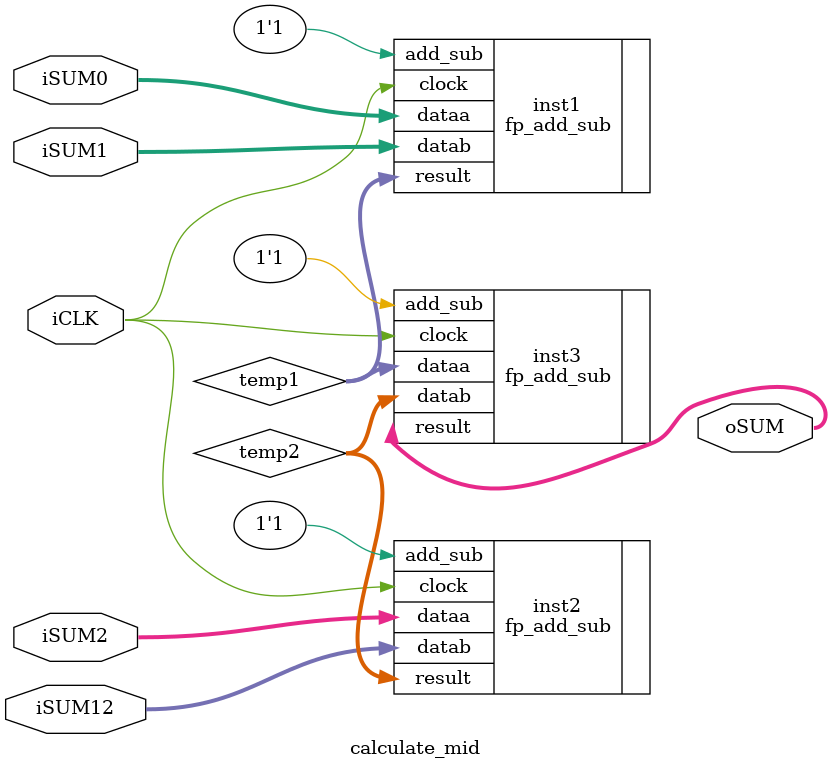
<source format=sv>
module calculate_mid(
  input				iCLK,
  input	[31:0]	iSUM0,
  input	[31:0]	iSUM1,
  input	[31:0]	iSUM2,
  input	[31:0]	iSUM12,
  
  output	[31:0]	oSUM
);

 
  logic	[31:0]	temp1;
  fp_add_sub inst1(
    .add_sub(1'b1),
    .clock(iCLK),
    .dataa(iSUM0),
    .datab(iSUM1),
    .result(temp1)
  );
  logic	[31:0]	temp2;
  fp_add_sub inst2(
    .add_sub(1'b1),
    .clock(iCLK),
    .dataa(iSUM2),
    .datab(iSUM12),
    .result(temp2)
  );
  
  fp_add_sub inst3(
    .add_sub(1'b1),
    .clock(iCLK),
    .dataa(temp1),
    .datab(temp2),
    .result(oSUM)
  );

endmodule

</source>
